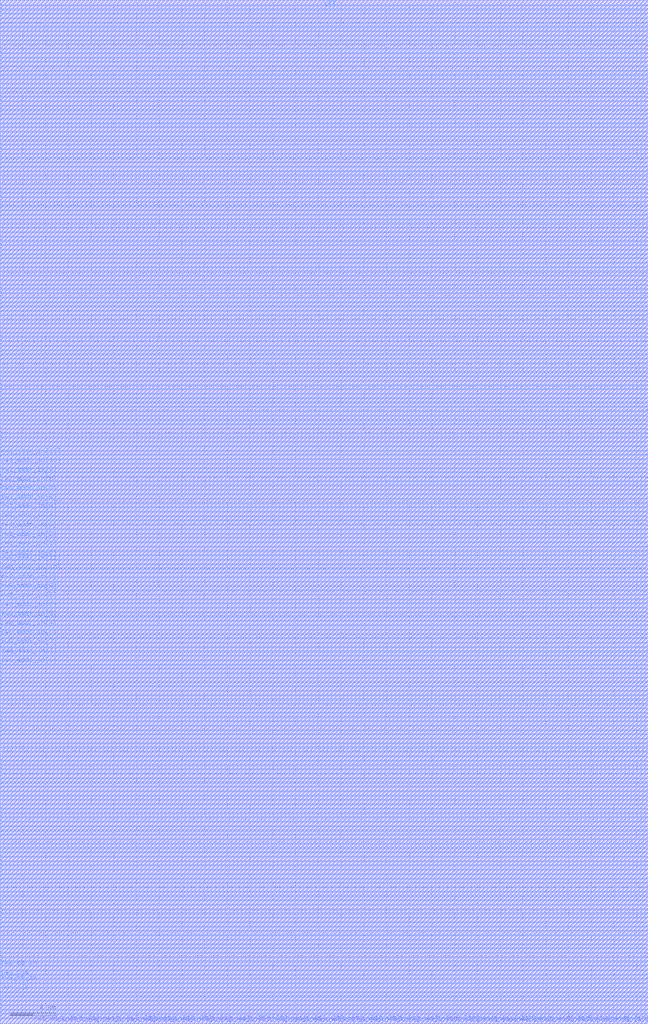
<source format=lef>
# Generated by OpenFakeRAM
VERSION 5.7 ;
BUSBITCHARS "[]" ;
PROPERTYDEFINITIONS
  MACRO width INTEGER ;
  MACRO depth INTEGER ;
  MACRO banks INTEGER ;
END PROPERTYDEFINITIONS
MACRO fakeram_w16_l8192
  PROPERTY width 16 ;
  PROPERTY depth 4096 ;
  PROPERTY banks 1 ;
  FOREIGN fakeram_w16_l8192 0 0 ;
  SYMMETRY X Y R90 ;
  SIZE 57.024 BY 90.000 ;
  CLASS BLOCK ;
  PIN rw0_clk
    DIRECTION INPUT ;
    USE SIGNAL ;
    SHAPE ABUTMENT ;
    PORT
      LAYER M4 ;
      RECT 0.000 2.724 0.048 2.748 ;
    END
  END rw0_clk
  PIN rw0_ce_in
    DIRECTION INPUT ;
    USE SIGNAL ;
    SHAPE ABUTMENT ;
    PORT
      LAYER M4 ;
      RECT 0.000 3.588 0.048 3.612 ;
    END
  END rw0_ce_in
  PIN rw1_clk
    DIRECTION INPUT ;
    USE SIGNAL ;
    SHAPE ABUTMENT ;
    PORT
      LAYER M4 ;
      RECT 0.000 4.068 0.048 4.092 ;
    END
  END rw1_clk
  PIN rw1_ce_in
    DIRECTION INPUT ;
    USE SIGNAL ;
    SHAPE ABUTMENT ;
    PORT
      LAYER M4 ;
      RECT 0.000 4.932 0.048 4.956 ;
    END
  END rw1_ce_in
  PIN rw0_addr_in[0]
    DIRECTION INPUT ;
    USE SIGNAL ;
    SHAPE ABUTMENT ;
    PORT
      LAYER M4 ;
      RECT 0.000 31.524 0.048 31.548 ;
    END
  END rw0_addr_in[0]
  PIN rw0_addr_in[1]
    DIRECTION INPUT ;
    USE SIGNAL ;
    SHAPE ABUTMENT ;
    PORT
      LAYER M4 ;
      RECT 0.000 32.340 0.048 32.364 ;
    END
  END rw0_addr_in[1]
  PIN rw0_addr_in[2]
    DIRECTION INPUT ;
    USE SIGNAL ;
    SHAPE ABUTMENT ;
    PORT
      LAYER M4 ;
      RECT 0.000 33.156 0.048 33.180 ;
    END
  END rw0_addr_in[2]
  PIN rw0_addr_in[3]
    DIRECTION INPUT ;
    USE SIGNAL ;
    SHAPE ABUTMENT ;
    PORT
      LAYER M4 ;
      RECT 0.000 33.972 0.048 33.996 ;
    END
  END rw0_addr_in[3]
  PIN rw0_addr_in[4]
    DIRECTION INPUT ;
    USE SIGNAL ;
    SHAPE ABUTMENT ;
    PORT
      LAYER M4 ;
      RECT 0.000 34.788 0.048 34.812 ;
    END
  END rw0_addr_in[4]
  PIN rw0_addr_in[5]
    DIRECTION INPUT ;
    USE SIGNAL ;
    SHAPE ABUTMENT ;
    PORT
      LAYER M4 ;
      RECT 0.000 35.604 0.048 35.628 ;
    END
  END rw0_addr_in[5]
  PIN rw0_addr_in[6]
    DIRECTION INPUT ;
    USE SIGNAL ;
    SHAPE ABUTMENT ;
    PORT
      LAYER M4 ;
      RECT 0.000 36.420 0.048 36.444 ;
    END
  END rw0_addr_in[6]
  PIN rw0_addr_in[7]
    DIRECTION INPUT ;
    USE SIGNAL ;
    SHAPE ABUTMENT ;
    PORT
      LAYER M4 ;
      RECT 0.000 37.236 0.048 37.260 ;
    END
  END rw0_addr_in[7]
  PIN rw0_addr_in[8]
    DIRECTION INPUT ;
    USE SIGNAL ;
    SHAPE ABUTMENT ;
    PORT
      LAYER M4 ;
      RECT 0.000 38.052 0.048 38.076 ;
    END
  END rw0_addr_in[8]
  PIN rw0_addr_in[9]
    DIRECTION INPUT ;
    USE SIGNAL ;
    SHAPE ABUTMENT ;
    PORT
      LAYER M4 ;
      RECT 0.000 38.868 0.048 38.892 ;
    END
  END rw0_addr_in[9]
  PIN rw0_addr_in[10]
    DIRECTION INPUT ;
    USE SIGNAL ;
    SHAPE ABUTMENT ;
    PORT
      LAYER M4 ;
      RECT 0.000 39.684 0.048 39.708 ;
    END
  END rw0_addr_in[10]
  PIN rw0_addr_in[11]
    DIRECTION INPUT ;
    USE SIGNAL ;
    SHAPE ABUTMENT ;
    PORT
      LAYER M4 ;
      RECT 0.000 40.500 0.048 40.524 ;
    END
  END rw0_addr_in[11]
  PIN rw1_addr_in[0]
    DIRECTION INPUT ;
    USE SIGNAL ;
    SHAPE ABUTMENT ;
    PORT
      LAYER M4 ;
      RECT 0.000 40.980 0.048 41.004 ;
    END
  END rw1_addr_in[0]
  PIN rw1_addr_in[1]
    DIRECTION INPUT ;
    USE SIGNAL ;
    SHAPE ABUTMENT ;
    PORT
      LAYER M4 ;
      RECT 0.000 41.796 0.048 41.820 ;
    END
  END rw1_addr_in[1]
  PIN rw1_addr_in[2]
    DIRECTION INPUT ;
    USE SIGNAL ;
    SHAPE ABUTMENT ;
    PORT
      LAYER M4 ;
      RECT 0.000 42.612 0.048 42.636 ;
    END
  END rw1_addr_in[2]
  PIN rw1_addr_in[3]
    DIRECTION INPUT ;
    USE SIGNAL ;
    SHAPE ABUTMENT ;
    PORT
      LAYER M4 ;
      RECT 0.000 43.428 0.048 43.452 ;
    END
  END rw1_addr_in[3]
  PIN rw1_addr_in[4]
    DIRECTION INPUT ;
    USE SIGNAL ;
    SHAPE ABUTMENT ;
    PORT
      LAYER M4 ;
      RECT 0.000 44.244 0.048 44.268 ;
    END
  END rw1_addr_in[4]
  PIN rw1_addr_in[5]
    DIRECTION INPUT ;
    USE SIGNAL ;
    SHAPE ABUTMENT ;
    PORT
      LAYER M4 ;
      RECT 0.000 45.060 0.048 45.084 ;
    END
  END rw1_addr_in[5]
  PIN rw1_addr_in[6]
    DIRECTION INPUT ;
    USE SIGNAL ;
    SHAPE ABUTMENT ;
    PORT
      LAYER M4 ;
      RECT 0.000 45.828 0.048 45.852 ;
    END
  END rw1_addr_in[6]
  PIN rw1_addr_in[7]
    DIRECTION INPUT ;
    USE SIGNAL ;
    SHAPE ABUTMENT ;
    PORT
      LAYER M4 ;
      RECT 0.000 46.644 0.048 46.668 ;
    END
  END rw1_addr_in[7]
  PIN rw1_addr_in[8]
    DIRECTION INPUT ;
    USE SIGNAL ;
    SHAPE ABUTMENT ;
    PORT
      LAYER M4 ;
      RECT 0.000 47.460 0.048 47.484 ;
    END
  END rw1_addr_in[8]
  PIN rw1_addr_in[9]
    DIRECTION INPUT ;
    USE SIGNAL ;
    SHAPE ABUTMENT ;
    PORT
      LAYER M4 ;
      RECT 0.000 48.276 0.048 48.300 ;
    END
  END rw1_addr_in[9]
  PIN rw1_addr_in[10]
    DIRECTION INPUT ;
    USE SIGNAL ;
    SHAPE ABUTMENT ;
    PORT
      LAYER M4 ;
      RECT 0.000 49.092 0.048 49.116 ;
    END
  END rw1_addr_in[10]
  PIN rw1_addr_in[11]
    DIRECTION INPUT ;
    USE SIGNAL ;
    SHAPE ABUTMENT ;
    PORT
      LAYER M4 ;
      RECT 0.000 49.908 0.048 49.932 ;
    END
  END rw1_addr_in[11]
  PIN rw1_rd_out[0]
    DIRECTION OUTPUT ;
    USE SIGNAL ;
    SHAPE ABUTMENT ;
    PORT
      LAYER M3 ;
      RECT 2.871 89.964 2.889 90.000 ;
    END
  END rw1_rd_out[0]
  PIN rw0_rd_out[0]
    DIRECTION OUTPUT ;
    USE SIGNAL ;
    SHAPE ABUTMENT ;
    PORT
      LAYER M3 ;
      RECT 4.527 89.964 4.545 90.000 ;
    END
  END rw0_rd_out[0]
  PIN rw1_rd_out[1]
    DIRECTION OUTPUT ;
    USE SIGNAL ;
    SHAPE ABUTMENT ;
    PORT
      LAYER M3 ;
      RECT 6.183 89.964 6.201 90.000 ;
    END
  END rw1_rd_out[1]
  PIN rw0_rd_out[1]
    DIRECTION OUTPUT ;
    USE SIGNAL ;
    SHAPE ABUTMENT ;
    PORT
      LAYER M3 ;
      RECT 7.839 89.964 7.857 90.000 ;
    END
  END rw0_rd_out[1]
  PIN rw1_rd_out[2]
    DIRECTION OUTPUT ;
    USE SIGNAL ;
    SHAPE ABUTMENT ;
    PORT
      LAYER M3 ;
      RECT 9.495 89.964 9.513 90.000 ;
    END
  END rw1_rd_out[2]
  PIN rw0_rd_out[2]
    DIRECTION OUTPUT ;
    USE SIGNAL ;
    SHAPE ABUTMENT ;
    PORT
      LAYER M3 ;
      RECT 11.151 89.964 11.169 90.000 ;
    END
  END rw0_rd_out[2]
  PIN rw1_rd_out[3]
    DIRECTION OUTPUT ;
    USE SIGNAL ;
    SHAPE ABUTMENT ;
    PORT
      LAYER M3 ;
      RECT 12.807 89.964 12.825 90.000 ;
    END
  END rw1_rd_out[3]
  PIN rw0_rd_out[3]
    DIRECTION OUTPUT ;
    USE SIGNAL ;
    SHAPE ABUTMENT ;
    PORT
      LAYER M3 ;
      RECT 14.463 89.964 14.481 90.000 ;
    END
  END rw0_rd_out[3]
  PIN rw1_rd_out[4]
    DIRECTION OUTPUT ;
    USE SIGNAL ;
    SHAPE ABUTMENT ;
    PORT
      LAYER M3 ;
      RECT 16.119 89.964 16.137 90.000 ;
    END
  END rw1_rd_out[4]
  PIN rw0_rd_out[4]
    DIRECTION OUTPUT ;
    USE SIGNAL ;
    SHAPE ABUTMENT ;
    PORT
      LAYER M3 ;
      RECT 17.775 89.964 17.793 90.000 ;
    END
  END rw0_rd_out[4]
  PIN rw1_rd_out[5]
    DIRECTION OUTPUT ;
    USE SIGNAL ;
    SHAPE ABUTMENT ;
    PORT
      LAYER M3 ;
      RECT 19.431 89.964 19.449 90.000 ;
    END
  END rw1_rd_out[5]
  PIN rw0_rd_out[5]
    DIRECTION OUTPUT ;
    USE SIGNAL ;
    SHAPE ABUTMENT ;
    PORT
      LAYER M3 ;
      RECT 21.087 89.964 21.105 90.000 ;
    END
  END rw0_rd_out[5]
  PIN rw1_rd_out[6]
    DIRECTION OUTPUT ;
    USE SIGNAL ;
    SHAPE ABUTMENT ;
    PORT
      LAYER M3 ;
      RECT 22.743 89.964 22.761 90.000 ;
    END
  END rw1_rd_out[6]
  PIN rw0_rd_out[6]
    DIRECTION OUTPUT ;
    USE SIGNAL ;
    SHAPE ABUTMENT ;
    PORT
      LAYER M3 ;
      RECT 24.399 89.964 24.417 90.000 ;
    END
  END rw0_rd_out[6]
  PIN rw1_rd_out[7]
    DIRECTION OUTPUT ;
    USE SIGNAL ;
    SHAPE ABUTMENT ;
    PORT
      LAYER M3 ;
      RECT 26.055 89.964 26.073 90.000 ;
    END
  END rw1_rd_out[7]
  PIN rw0_rd_out[7]
    DIRECTION OUTPUT ;
    USE SIGNAL ;
    SHAPE ABUTMENT ;
    PORT
      LAYER M3 ;
      RECT 27.711 89.964 27.729 90.000 ;
    END
  END rw0_rd_out[7]
  PIN rw1_rd_out[8]
    DIRECTION OUTPUT ;
    USE SIGNAL ;
    SHAPE ABUTMENT ;
    PORT
      LAYER M3 ;
      RECT 29.331 89.964 29.349 90.000 ;
    END
  END rw1_rd_out[8]
  PIN rw0_rd_out[8]
    DIRECTION OUTPUT ;
    USE SIGNAL ;
    SHAPE ABUTMENT ;
    PORT
      LAYER M3 ;
      RECT 30.987 89.964 31.005 90.000 ;
    END
  END rw0_rd_out[8]
  PIN rw1_rd_out[9]
    DIRECTION OUTPUT ;
    USE SIGNAL ;
    SHAPE ABUTMENT ;
    PORT
      LAYER M3 ;
      RECT 32.643 89.964 32.661 90.000 ;
    END
  END rw1_rd_out[9]
  PIN rw0_rd_out[9]
    DIRECTION OUTPUT ;
    USE SIGNAL ;
    SHAPE ABUTMENT ;
    PORT
      LAYER M3 ;
      RECT 34.299 89.964 34.317 90.000 ;
    END
  END rw0_rd_out[9]
  PIN rw1_rd_out[10]
    DIRECTION OUTPUT ;
    USE SIGNAL ;
    SHAPE ABUTMENT ;
    PORT
      LAYER M3 ;
      RECT 35.955 89.964 35.973 90.000 ;
    END
  END rw1_rd_out[10]
  PIN rw0_rd_out[10]
    DIRECTION OUTPUT ;
    USE SIGNAL ;
    SHAPE ABUTMENT ;
    PORT
      LAYER M3 ;
      RECT 37.611 89.964 37.629 90.000 ;
    END
  END rw0_rd_out[10]
  PIN rw1_rd_out[11]
    DIRECTION OUTPUT ;
    USE SIGNAL ;
    SHAPE ABUTMENT ;
    PORT
      LAYER M3 ;
      RECT 39.267 89.964 39.285 90.000 ;
    END
  END rw1_rd_out[11]
  PIN rw0_rd_out[11]
    DIRECTION OUTPUT ;
    USE SIGNAL ;
    SHAPE ABUTMENT ;
    PORT
      LAYER M3 ;
      RECT 40.923 89.964 40.941 90.000 ;
    END
  END rw0_rd_out[11]
  PIN rw1_rd_out[12]
    DIRECTION OUTPUT ;
    USE SIGNAL ;
    SHAPE ABUTMENT ;
    PORT
      LAYER M3 ;
      RECT 42.579 89.964 42.597 90.000 ;
    END
  END rw1_rd_out[12]
  PIN rw0_rd_out[12]
    DIRECTION OUTPUT ;
    USE SIGNAL ;
    SHAPE ABUTMENT ;
    PORT
      LAYER M3 ;
      RECT 44.235 89.964 44.253 90.000 ;
    END
  END rw0_rd_out[12]
  PIN rw1_rd_out[13]
    DIRECTION OUTPUT ;
    USE SIGNAL ;
    SHAPE ABUTMENT ;
    PORT
      LAYER M3 ;
      RECT 45.891 89.964 45.909 90.000 ;
    END
  END rw1_rd_out[13]
  PIN rw0_rd_out[13]
    DIRECTION OUTPUT ;
    USE SIGNAL ;
    SHAPE ABUTMENT ;
    PORT
      LAYER M3 ;
      RECT 47.547 89.964 47.565 90.000 ;
    END
  END rw0_rd_out[13]
  PIN rw1_rd_out[14]
    DIRECTION OUTPUT ;
    USE SIGNAL ;
    SHAPE ABUTMENT ;
    PORT
      LAYER M3 ;
      RECT 49.203 89.964 49.221 90.000 ;
    END
  END rw1_rd_out[14]
  PIN rw0_rd_out[14]
    DIRECTION OUTPUT ;
    USE SIGNAL ;
    SHAPE ABUTMENT ;
    PORT
      LAYER M3 ;
      RECT 50.859 89.964 50.877 90.000 ;
    END
  END rw0_rd_out[14]
  PIN rw1_rd_out[15]
    DIRECTION OUTPUT ;
    USE SIGNAL ;
    SHAPE ABUTMENT ;
    PORT
      LAYER M3 ;
      RECT 52.515 89.964 52.533 90.000 ;
    END
  END rw1_rd_out[15]
  PIN rw0_rd_out[15]
    DIRECTION OUTPUT ;
    USE SIGNAL ;
    SHAPE ABUTMENT ;
    PORT
      LAYER M3 ;
      RECT 54.171 89.964 54.189 90.000 ;
    END
  END rw0_rd_out[15]
  PIN rw0_we_in
    DIRECTION INPUT ;
    USE SIGNAL ;
    SHAPE ABUTMENT ;
    PORT
      LAYER M4 ;
      RECT 56.976 82.788 57.024 82.812 ;
    END
  END rw0_we_in
  PIN rw1_we_in
    DIRECTION INPUT ;
    USE SIGNAL ;
    SHAPE ABUTMENT ;
    PORT
      LAYER M4 ;
      RECT 56.976 85.044 57.024 85.068 ;
    END
  END rw1_we_in
  PIN rw1_wd_in[0]
    DIRECTION INPUT ;
    USE SIGNAL ;
    SHAPE ABUTMENT ;
    PORT
      LAYER M3 ;
      RECT 2.871 0.000 2.889 0.036 ;
    END
  END rw1_wd_in[0]
  PIN rw0_wd_in[0]
    DIRECTION INPUT ;
    USE SIGNAL ;
    SHAPE ABUTMENT ;
    PORT
      LAYER M3 ;
      RECT 4.527 0.000 4.545 0.036 ;
    END
  END rw0_wd_in[0]
  PIN rw1_wd_in[1]
    DIRECTION INPUT ;
    USE SIGNAL ;
    SHAPE ABUTMENT ;
    PORT
      LAYER M3 ;
      RECT 6.183 0.000 6.201 0.036 ;
    END
  END rw1_wd_in[1]
  PIN rw0_wd_in[1]
    DIRECTION INPUT ;
    USE SIGNAL ;
    SHAPE ABUTMENT ;
    PORT
      LAYER M3 ;
      RECT 7.839 0.000 7.857 0.036 ;
    END
  END rw0_wd_in[1]
  PIN rw1_wd_in[2]
    DIRECTION INPUT ;
    USE SIGNAL ;
    SHAPE ABUTMENT ;
    PORT
      LAYER M3 ;
      RECT 9.495 0.000 9.513 0.036 ;
    END
  END rw1_wd_in[2]
  PIN rw0_wd_in[2]
    DIRECTION INPUT ;
    USE SIGNAL ;
    SHAPE ABUTMENT ;
    PORT
      LAYER M3 ;
      RECT 11.151 0.000 11.169 0.036 ;
    END
  END rw0_wd_in[2]
  PIN rw1_wd_in[3]
    DIRECTION INPUT ;
    USE SIGNAL ;
    SHAPE ABUTMENT ;
    PORT
      LAYER M3 ;
      RECT 12.807 0.000 12.825 0.036 ;
    END
  END rw1_wd_in[3]
  PIN rw0_wd_in[3]
    DIRECTION INPUT ;
    USE SIGNAL ;
    SHAPE ABUTMENT ;
    PORT
      LAYER M3 ;
      RECT 14.463 0.000 14.481 0.036 ;
    END
  END rw0_wd_in[3]
  PIN rw1_wd_in[4]
    DIRECTION INPUT ;
    USE SIGNAL ;
    SHAPE ABUTMENT ;
    PORT
      LAYER M3 ;
      RECT 16.119 0.000 16.137 0.036 ;
    END
  END rw1_wd_in[4]
  PIN rw0_wd_in[4]
    DIRECTION INPUT ;
    USE SIGNAL ;
    SHAPE ABUTMENT ;
    PORT
      LAYER M3 ;
      RECT 17.775 0.000 17.793 0.036 ;
    END
  END rw0_wd_in[4]
  PIN rw1_wd_in[5]
    DIRECTION INPUT ;
    USE SIGNAL ;
    SHAPE ABUTMENT ;
    PORT
      LAYER M3 ;
      RECT 19.431 0.000 19.449 0.036 ;
    END
  END rw1_wd_in[5]
  PIN rw0_wd_in[5]
    DIRECTION INPUT ;
    USE SIGNAL ;
    SHAPE ABUTMENT ;
    PORT
      LAYER M3 ;
      RECT 21.087 0.000 21.105 0.036 ;
    END
  END rw0_wd_in[5]
  PIN rw1_wd_in[6]
    DIRECTION INPUT ;
    USE SIGNAL ;
    SHAPE ABUTMENT ;
    PORT
      LAYER M3 ;
      RECT 22.743 0.000 22.761 0.036 ;
    END
  END rw1_wd_in[6]
  PIN rw0_wd_in[6]
    DIRECTION INPUT ;
    USE SIGNAL ;
    SHAPE ABUTMENT ;
    PORT
      LAYER M3 ;
      RECT 24.399 0.000 24.417 0.036 ;
    END
  END rw0_wd_in[6]
  PIN rw1_wd_in[7]
    DIRECTION INPUT ;
    USE SIGNAL ;
    SHAPE ABUTMENT ;
    PORT
      LAYER M3 ;
      RECT 26.055 0.000 26.073 0.036 ;
    END
  END rw1_wd_in[7]
  PIN rw0_wd_in[7]
    DIRECTION INPUT ;
    USE SIGNAL ;
    SHAPE ABUTMENT ;
    PORT
      LAYER M3 ;
      RECT 27.711 0.000 27.729 0.036 ;
    END
  END rw0_wd_in[7]
  PIN rw1_wd_in[8]
    DIRECTION INPUT ;
    USE SIGNAL ;
    SHAPE ABUTMENT ;
    PORT
      LAYER M3 ;
      RECT 29.331 0.000 29.349 0.036 ;
    END
  END rw1_wd_in[8]
  PIN rw0_wd_in[8]
    DIRECTION INPUT ;
    USE SIGNAL ;
    SHAPE ABUTMENT ;
    PORT
      LAYER M3 ;
      RECT 30.987 0.000 31.005 0.036 ;
    END
  END rw0_wd_in[8]
  PIN rw1_wd_in[9]
    DIRECTION INPUT ;
    USE SIGNAL ;
    SHAPE ABUTMENT ;
    PORT
      LAYER M3 ;
      RECT 32.643 0.000 32.661 0.036 ;
    END
  END rw1_wd_in[9]
  PIN rw0_wd_in[9]
    DIRECTION INPUT ;
    USE SIGNAL ;
    SHAPE ABUTMENT ;
    PORT
      LAYER M3 ;
      RECT 34.299 0.000 34.317 0.036 ;
    END
  END rw0_wd_in[9]
  PIN rw1_wd_in[10]
    DIRECTION INPUT ;
    USE SIGNAL ;
    SHAPE ABUTMENT ;
    PORT
      LAYER M3 ;
      RECT 35.955 0.000 35.973 0.036 ;
    END
  END rw1_wd_in[10]
  PIN rw0_wd_in[10]
    DIRECTION INPUT ;
    USE SIGNAL ;
    SHAPE ABUTMENT ;
    PORT
      LAYER M3 ;
      RECT 37.611 0.000 37.629 0.036 ;
    END
  END rw0_wd_in[10]
  PIN rw1_wd_in[11]
    DIRECTION INPUT ;
    USE SIGNAL ;
    SHAPE ABUTMENT ;
    PORT
      LAYER M3 ;
      RECT 39.267 0.000 39.285 0.036 ;
    END
  END rw1_wd_in[11]
  PIN rw0_wd_in[11]
    DIRECTION INPUT ;
    USE SIGNAL ;
    SHAPE ABUTMENT ;
    PORT
      LAYER M3 ;
      RECT 40.923 0.000 40.941 0.036 ;
    END
  END rw0_wd_in[11]
  PIN rw1_wd_in[12]
    DIRECTION INPUT ;
    USE SIGNAL ;
    SHAPE ABUTMENT ;
    PORT
      LAYER M3 ;
      RECT 42.579 0.000 42.597 0.036 ;
    END
  END rw1_wd_in[12]
  PIN rw0_wd_in[12]
    DIRECTION INPUT ;
    USE SIGNAL ;
    SHAPE ABUTMENT ;
    PORT
      LAYER M3 ;
      RECT 44.235 0.000 44.253 0.036 ;
    END
  END rw0_wd_in[12]
  PIN rw1_wd_in[13]
    DIRECTION INPUT ;
    USE SIGNAL ;
    SHAPE ABUTMENT ;
    PORT
      LAYER M3 ;
      RECT 45.891 0.000 45.909 0.036 ;
    END
  END rw1_wd_in[13]
  PIN rw0_wd_in[13]
    DIRECTION INPUT ;
    USE SIGNAL ;
    SHAPE ABUTMENT ;
    PORT
      LAYER M3 ;
      RECT 47.547 0.000 47.565 0.036 ;
    END
  END rw0_wd_in[13]
  PIN rw1_wd_in[14]
    DIRECTION INPUT ;
    USE SIGNAL ;
    SHAPE ABUTMENT ;
    PORT
      LAYER M3 ;
      RECT 49.203 0.000 49.221 0.036 ;
    END
  END rw1_wd_in[14]
  PIN rw0_wd_in[14]
    DIRECTION INPUT ;
    USE SIGNAL ;
    SHAPE ABUTMENT ;
    PORT
      LAYER M3 ;
      RECT 50.859 0.000 50.877 0.036 ;
    END
  END rw0_wd_in[14]
  PIN rw1_wd_in[15]
    DIRECTION INPUT ;
    USE SIGNAL ;
    SHAPE ABUTMENT ;
    PORT
      LAYER M3 ;
      RECT 52.515 0.000 52.533 0.036 ;
    END
  END rw1_wd_in[15]
  PIN rw0_wd_in[15]
    DIRECTION INPUT ;
    USE SIGNAL ;
    SHAPE ABUTMENT ;
    PORT
      LAYER M3 ;
      RECT 54.171 0.000 54.189 0.036 ;
    END
  END rw0_wd_in[15]
  PIN VSS
    DIRECTION INOUT ;
    USE GROUND ;
    PORT
      LAYER M4 ;
      RECT 0.096 0.816 56.928 0.912 ;
      RECT 0.096 1.584 56.928 1.680 ;
      RECT 0.096 2.352 56.928 2.448 ;
      RECT 0.096 3.120 56.928 3.216 ;
      RECT 0.096 3.888 56.928 3.984 ;
      RECT 0.096 4.656 56.928 4.752 ;
      RECT 0.096 5.424 56.928 5.520 ;
      RECT 0.096 6.192 56.928 6.288 ;
      RECT 0.096 6.960 56.928 7.056 ;
      RECT 0.096 7.728 56.928 7.824 ;
      RECT 0.096 8.496 56.928 8.592 ;
      RECT 0.096 9.264 56.928 9.360 ;
      RECT 0.096 10.032 56.928 10.128 ;
      RECT 0.096 10.800 56.928 10.896 ;
      RECT 0.096 11.568 56.928 11.664 ;
      RECT 0.096 12.336 56.928 12.432 ;
      RECT 0.096 13.104 56.928 13.200 ;
      RECT 0.096 13.872 56.928 13.968 ;
      RECT 0.096 14.640 56.928 14.736 ;
      RECT 0.096 15.408 56.928 15.504 ;
      RECT 0.096 16.176 56.928 16.272 ;
      RECT 0.096 16.944 56.928 17.040 ;
      RECT 0.096 17.712 56.928 17.808 ;
      RECT 0.096 18.480 56.928 18.576 ;
      RECT 0.096 19.248 56.928 19.344 ;
      RECT 0.096 20.016 56.928 20.112 ;
      RECT 0.096 20.784 56.928 20.880 ;
      RECT 0.096 21.552 56.928 21.648 ;
      RECT 0.096 22.320 56.928 22.416 ;
      RECT 0.096 23.088 56.928 23.184 ;
      RECT 0.096 23.856 56.928 23.952 ;
      RECT 0.096 24.624 56.928 24.720 ;
      RECT 0.096 25.392 56.928 25.488 ;
      RECT 0.096 26.160 56.928 26.256 ;
      RECT 0.096 26.928 56.928 27.024 ;
      RECT 0.096 27.696 56.928 27.792 ;
      RECT 0.096 28.464 56.928 28.560 ;
      RECT 0.096 29.232 56.928 29.328 ;
      RECT 0.096 30.000 56.928 30.096 ;
      RECT 0.096 30.768 56.928 30.864 ;
      RECT 0.096 31.536 56.928 31.632 ;
      RECT 0.096 32.304 56.928 32.400 ;
      RECT 0.096 33.072 56.928 33.168 ;
      RECT 0.096 33.840 56.928 33.936 ;
      RECT 0.096 34.608 56.928 34.704 ;
      RECT 0.096 35.376 56.928 35.472 ;
      RECT 0.096 36.144 56.928 36.240 ;
      RECT 0.096 36.912 56.928 37.008 ;
      RECT 0.096 37.680 56.928 37.776 ;
      RECT 0.096 38.448 56.928 38.544 ;
      RECT 0.096 39.216 56.928 39.312 ;
      RECT 0.096 39.984 56.928 40.080 ;
      RECT 0.096 40.752 56.928 40.848 ;
      RECT 0.096 41.520 56.928 41.616 ;
      RECT 0.096 42.288 56.928 42.384 ;
      RECT 0.096 43.056 56.928 43.152 ;
      RECT 0.096 43.824 56.928 43.920 ;
      RECT 0.096 44.592 56.928 44.688 ;
      RECT 0.096 45.360 56.928 45.456 ;
      RECT 0.096 46.128 56.928 46.224 ;
      RECT 0.096 46.896 56.928 46.992 ;
      RECT 0.096 47.664 56.928 47.760 ;
      RECT 0.096 48.432 56.928 48.528 ;
      RECT 0.096 49.200 56.928 49.296 ;
      RECT 0.096 49.968 56.928 50.064 ;
      RECT 0.096 50.736 56.928 50.832 ;
      RECT 0.096 51.504 56.928 51.600 ;
      RECT 0.096 52.272 56.928 52.368 ;
      RECT 0.096 53.040 56.928 53.136 ;
      RECT 0.096 53.808 56.928 53.904 ;
      RECT 0.096 54.576 56.928 54.672 ;
      RECT 0.096 55.344 56.928 55.440 ;
      RECT 0.096 56.112 56.928 56.208 ;
      RECT 0.096 56.880 56.928 56.976 ;
      RECT 0.096 57.648 56.928 57.744 ;
      RECT 0.096 58.416 56.928 58.512 ;
      RECT 0.096 59.184 56.928 59.280 ;
      RECT 0.096 59.952 56.928 60.048 ;
      RECT 0.096 60.720 56.928 60.816 ;
      RECT 0.096 61.488 56.928 61.584 ;
      RECT 0.096 62.256 56.928 62.352 ;
      RECT 0.096 63.024 56.928 63.120 ;
      RECT 0.096 63.792 56.928 63.888 ;
      RECT 0.096 64.560 56.928 64.656 ;
      RECT 0.096 65.328 56.928 65.424 ;
      RECT 0.096 66.096 56.928 66.192 ;
      RECT 0.096 66.864 56.928 66.960 ;
      RECT 0.096 67.632 56.928 67.728 ;
      RECT 0.096 68.400 56.928 68.496 ;
      RECT 0.096 69.168 56.928 69.264 ;
      RECT 0.096 69.936 56.928 70.032 ;
      RECT 0.096 70.704 56.928 70.800 ;
      RECT 0.096 71.472 56.928 71.568 ;
      RECT 0.096 72.240 56.928 72.336 ;
      RECT 0.096 73.008 56.928 73.104 ;
      RECT 0.096 73.776 56.928 73.872 ;
      RECT 0.096 74.544 56.928 74.640 ;
      RECT 0.096 75.312 56.928 75.408 ;
      RECT 0.096 76.080 56.928 76.176 ;
      RECT 0.096 76.848 56.928 76.944 ;
      RECT 0.096 77.616 56.928 77.712 ;
      RECT 0.096 78.384 56.928 78.480 ;
      RECT 0.096 79.152 56.928 79.248 ;
      RECT 0.096 79.920 56.928 80.016 ;
      RECT 0.096 80.688 56.928 80.784 ;
      RECT 0.096 81.456 56.928 81.552 ;
      RECT 0.096 82.224 56.928 82.320 ;
      RECT 0.096 82.992 56.928 83.088 ;
      RECT 0.096 83.760 56.928 83.856 ;
      RECT 0.096 84.528 56.928 84.624 ;
      RECT 0.096 85.296 56.928 85.392 ;
      RECT 0.096 86.064 56.928 86.160 ;
      RECT 0.096 86.832 56.928 86.928 ;
      RECT 0.096 87.600 56.928 87.696 ;
      RECT 0.096 88.368 56.928 88.464 ;
      RECT 0.096 89.136 56.928 89.232 ;
    END
  END VSS
  PIN VDD
    DIRECTION INOUT ;
    USE POWER ;
    PORT
      LAYER M4 ;
      RECT 0.096 0.432 56.928 0.528 ;
      RECT 0.096 1.200 56.928 1.296 ;
      RECT 0.096 1.968 56.928 2.064 ;
      RECT 0.096 2.736 56.928 2.832 ;
      RECT 0.096 3.504 56.928 3.600 ;
      RECT 0.096 4.272 56.928 4.368 ;
      RECT 0.096 5.040 56.928 5.136 ;
      RECT 0.096 5.808 56.928 5.904 ;
      RECT 0.096 6.576 56.928 6.672 ;
      RECT 0.096 7.344 56.928 7.440 ;
      RECT 0.096 8.112 56.928 8.208 ;
      RECT 0.096 8.880 56.928 8.976 ;
      RECT 0.096 9.648 56.928 9.744 ;
      RECT 0.096 10.416 56.928 10.512 ;
      RECT 0.096 11.184 56.928 11.280 ;
      RECT 0.096 11.952 56.928 12.048 ;
      RECT 0.096 12.720 56.928 12.816 ;
      RECT 0.096 13.488 56.928 13.584 ;
      RECT 0.096 14.256 56.928 14.352 ;
      RECT 0.096 15.024 56.928 15.120 ;
      RECT 0.096 15.792 56.928 15.888 ;
      RECT 0.096 16.560 56.928 16.656 ;
      RECT 0.096 17.328 56.928 17.424 ;
      RECT 0.096 18.096 56.928 18.192 ;
      RECT 0.096 18.864 56.928 18.960 ;
      RECT 0.096 19.632 56.928 19.728 ;
      RECT 0.096 20.400 56.928 20.496 ;
      RECT 0.096 21.168 56.928 21.264 ;
      RECT 0.096 21.936 56.928 22.032 ;
      RECT 0.096 22.704 56.928 22.800 ;
      RECT 0.096 23.472 56.928 23.568 ;
      RECT 0.096 24.240 56.928 24.336 ;
      RECT 0.096 25.008 56.928 25.104 ;
      RECT 0.096 25.776 56.928 25.872 ;
      RECT 0.096 26.544 56.928 26.640 ;
      RECT 0.096 27.312 56.928 27.408 ;
      RECT 0.096 28.080 56.928 28.176 ;
      RECT 0.096 28.848 56.928 28.944 ;
      RECT 0.096 29.616 56.928 29.712 ;
      RECT 0.096 30.384 56.928 30.480 ;
      RECT 0.096 31.152 56.928 31.248 ;
      RECT 0.096 31.920 56.928 32.016 ;
      RECT 0.096 32.688 56.928 32.784 ;
      RECT 0.096 33.456 56.928 33.552 ;
      RECT 0.096 34.224 56.928 34.320 ;
      RECT 0.096 34.992 56.928 35.088 ;
      RECT 0.096 35.760 56.928 35.856 ;
      RECT 0.096 36.528 56.928 36.624 ;
      RECT 0.096 37.296 56.928 37.392 ;
      RECT 0.096 38.064 56.928 38.160 ;
      RECT 0.096 38.832 56.928 38.928 ;
      RECT 0.096 39.600 56.928 39.696 ;
      RECT 0.096 40.368 56.928 40.464 ;
      RECT 0.096 41.136 56.928 41.232 ;
      RECT 0.096 41.904 56.928 42.000 ;
      RECT 0.096 42.672 56.928 42.768 ;
      RECT 0.096 43.440 56.928 43.536 ;
      RECT 0.096 44.208 56.928 44.304 ;
      RECT 0.096 44.976 56.928 45.072 ;
      RECT 0.096 45.744 56.928 45.840 ;
      RECT 0.096 46.512 56.928 46.608 ;
      RECT 0.096 47.280 56.928 47.376 ;
      RECT 0.096 48.048 56.928 48.144 ;
      RECT 0.096 48.816 56.928 48.912 ;
      RECT 0.096 49.584 56.928 49.680 ;
      RECT 0.096 50.352 56.928 50.448 ;
      RECT 0.096 51.120 56.928 51.216 ;
      RECT 0.096 51.888 56.928 51.984 ;
      RECT 0.096 52.656 56.928 52.752 ;
      RECT 0.096 53.424 56.928 53.520 ;
      RECT 0.096 54.192 56.928 54.288 ;
      RECT 0.096 54.960 56.928 55.056 ;
      RECT 0.096 55.728 56.928 55.824 ;
      RECT 0.096 56.496 56.928 56.592 ;
      RECT 0.096 57.264 56.928 57.360 ;
      RECT 0.096 58.032 56.928 58.128 ;
      RECT 0.096 58.800 56.928 58.896 ;
      RECT 0.096 59.568 56.928 59.664 ;
      RECT 0.096 60.336 56.928 60.432 ;
      RECT 0.096 61.104 56.928 61.200 ;
      RECT 0.096 61.872 56.928 61.968 ;
      RECT 0.096 62.640 56.928 62.736 ;
      RECT 0.096 63.408 56.928 63.504 ;
      RECT 0.096 64.176 56.928 64.272 ;
      RECT 0.096 64.944 56.928 65.040 ;
      RECT 0.096 65.712 56.928 65.808 ;
      RECT 0.096 66.480 56.928 66.576 ;
      RECT 0.096 67.248 56.928 67.344 ;
      RECT 0.096 68.016 56.928 68.112 ;
      RECT 0.096 68.784 56.928 68.880 ;
      RECT 0.096 69.552 56.928 69.648 ;
      RECT 0.096 70.320 56.928 70.416 ;
      RECT 0.096 71.088 56.928 71.184 ;
      RECT 0.096 71.856 56.928 71.952 ;
      RECT 0.096 72.624 56.928 72.720 ;
      RECT 0.096 73.392 56.928 73.488 ;
      RECT 0.096 74.160 56.928 74.256 ;
      RECT 0.096 74.928 56.928 75.024 ;
      RECT 0.096 75.696 56.928 75.792 ;
      RECT 0.096 76.464 56.928 76.560 ;
      RECT 0.096 77.232 56.928 77.328 ;
      RECT 0.096 78.000 56.928 78.096 ;
      RECT 0.096 78.768 56.928 78.864 ;
      RECT 0.096 79.536 56.928 79.632 ;
      RECT 0.096 80.304 56.928 80.400 ;
      RECT 0.096 81.072 56.928 81.168 ;
      RECT 0.096 81.840 56.928 81.936 ;
      RECT 0.096 82.608 56.928 82.704 ;
      RECT 0.096 83.376 56.928 83.472 ;
      RECT 0.096 84.144 56.928 84.240 ;
      RECT 0.096 84.912 56.928 85.008 ;
      RECT 0.096 85.680 56.928 85.776 ;
      RECT 0.096 86.448 56.928 86.544 ;
      RECT 0.096 87.216 56.928 87.312 ;
      RECT 0.096 87.984 56.928 88.080 ;
      RECT 0.096 88.752 56.928 88.848 ;
      RECT 0.096 89.520 56.928 89.616 ;
    END
  END VDD
  OBS
    LAYER M1 ;
    RECT 0 0 57.024 90.000 ;
    LAYER M2 ;
    RECT 0 0 57.024 90.000 ;
    LAYER M3 ;
    RECT 0 0 57.024 90.000 ;
    LAYER M4 ;
    RECT 0 0 57.024 90.000 ;
  END
END fakeram_w16_l8192

END LIBRARY

</source>
